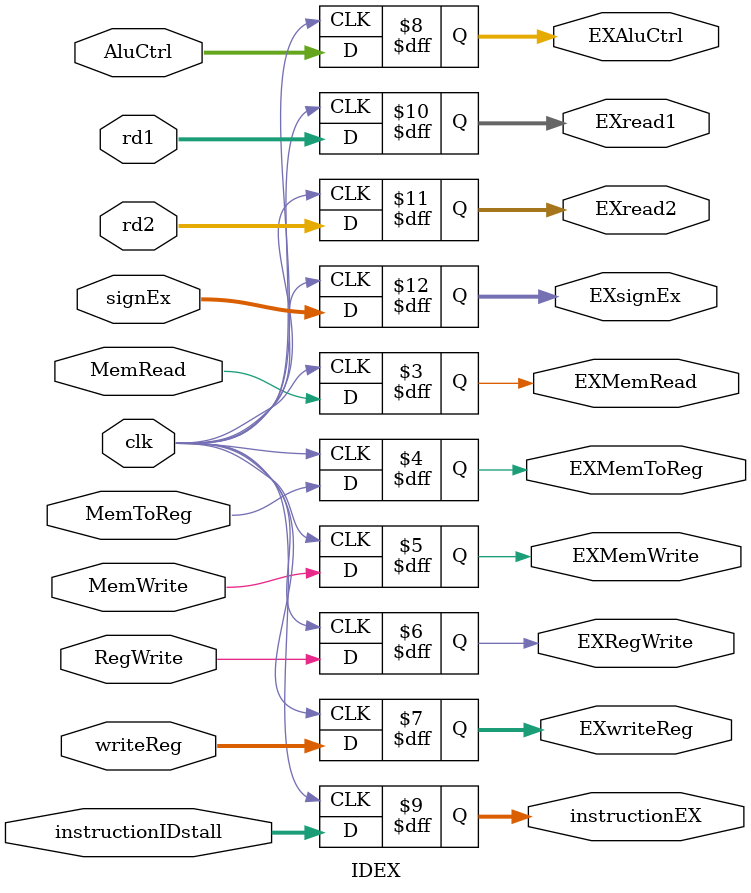
<source format=v>
module IDEX(clk,instructionIDstall,rd1,rd2,signEx,MemRead,MemToReg,MemWrite,RegWrite,writeReg,AluCtrl,
            instructionEX,EXread1,EXread2,EXsignEx,EXMemRead,EXMemToReg,EXMemWrite,EXRegWrite,EXwriteReg,EXAluCtrl);
input clk,MemRead,MemToReg,MemWrite,RegWrite;
input[4:0]writeReg;
input[3:0]AluCtrl;
input [31:0]instructionIDstall,rd1,rd2,signEx;
output EXMemRead,EXMemToReg,EXMemWrite,EXRegWrite;
output[4:0]EXwriteReg;
output[3:0]EXAluCtrl;
output[31:0]instructionEX,EXread1,EXread2,EXsignEx;
reg EXMemRead,EXMemToReg,EXMemWrite,EXRegWrite;
reg [4:0]EXwriteReg;
reg [3:0]EXAluCtrl;
reg [31:0]instructionEX,EXread1,EXread2,EXsignEx;
initial 
begin
    instructionEX=32'b0;
end
always@(posedge clk) begin
    EXMemRead<= MemRead ;
    EXMemToReg<=MemToReg ;
    EXMemWrite<=MemWrite ;
    EXRegWrite<=RegWrite ;
    EXwriteReg<=writeReg ;
    EXAluCtrl<=AluCtrl ;
    instructionEX<=instructionIDstall ;
    EXread1<=rd1 ;
    EXread2<=rd2 ;
    EXsignEx<=signEx;
end
endmodule
</source>
